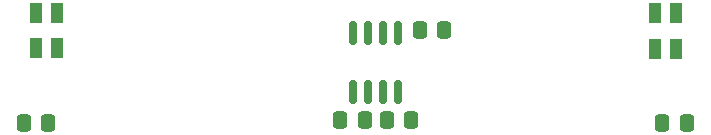
<source format=gtp>
G04 #@! TF.GenerationSoftware,KiCad,Pcbnew,9.0.2*
G04 #@! TF.CreationDate,2025-06-25T23:25:14-06:00*
G04 #@! TF.ProjectId,TurnSignal,5475726e-5369-4676-9e61-6c2e6b696361,rev?*
G04 #@! TF.SameCoordinates,Original*
G04 #@! TF.FileFunction,Paste,Top*
G04 #@! TF.FilePolarity,Positive*
%FSLAX46Y46*%
G04 Gerber Fmt 4.6, Leading zero omitted, Abs format (unit mm)*
G04 Created by KiCad (PCBNEW 9.0.2) date 2025-06-25 23:25:14*
%MOMM*%
%LPD*%
G01*
G04 APERTURE LIST*
G04 Aperture macros list*
%AMRoundRect*
0 Rectangle with rounded corners*
0 $1 Rounding radius*
0 $2 $3 $4 $5 $6 $7 $8 $9 X,Y pos of 4 corners*
0 Add a 4 corners polygon primitive as box body*
4,1,4,$2,$3,$4,$5,$6,$7,$8,$9,$2,$3,0*
0 Add four circle primitives for the rounded corners*
1,1,$1+$1,$2,$3*
1,1,$1+$1,$4,$5*
1,1,$1+$1,$6,$7*
1,1,$1+$1,$8,$9*
0 Add four rect primitives between the rounded corners*
20,1,$1+$1,$2,$3,$4,$5,0*
20,1,$1+$1,$4,$5,$6,$7,0*
20,1,$1+$1,$6,$7,$8,$9,0*
20,1,$1+$1,$8,$9,$2,$3,0*%
G04 Aperture macros list end*
%ADD10RoundRect,0.250000X-0.337500X-0.475000X0.337500X-0.475000X0.337500X0.475000X-0.337500X0.475000X0*%
%ADD11RoundRect,0.250000X0.337500X0.475000X-0.337500X0.475000X-0.337500X-0.475000X0.337500X-0.475000X0*%
%ADD12R,1.100000X1.700000*%
%ADD13RoundRect,0.150000X0.150000X-0.825000X0.150000X0.825000X-0.150000X0.825000X-0.150000X-0.825000X0*%
G04 APERTURE END LIST*
D10*
X133730000Y-107024999D03*
X135805000Y-107024999D03*
X136530000Y-99430000D03*
X138605000Y-99430000D03*
D11*
X105084999Y-107250000D03*
X103009999Y-107250000D03*
D10*
X157075000Y-107305000D03*
X159150000Y-107305000D03*
D12*
X105845000Y-100965000D03*
X104045000Y-100965000D03*
X104045000Y-97965000D03*
X105845000Y-97965000D03*
D11*
X131890000Y-107024999D03*
X129815000Y-107024999D03*
D13*
X130915000Y-104649999D03*
X132185000Y-104649999D03*
X133455000Y-104649999D03*
X134725000Y-104649999D03*
X134725000Y-99699999D03*
X133455000Y-99699999D03*
X132185000Y-99699999D03*
X130915000Y-99699999D03*
D12*
X156424999Y-98000000D03*
X158224999Y-98000000D03*
X158224999Y-101000000D03*
X156424999Y-101000000D03*
M02*

</source>
